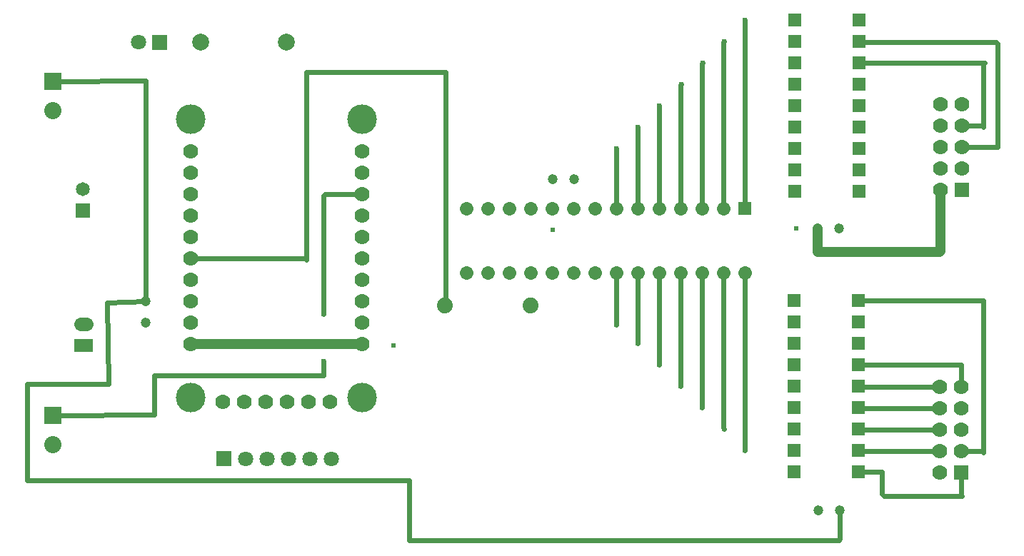
<source format=gtl>
G04 Layer: TopLayer*
G04 EasyEDA v6.5.8, 2022-08-15 07:29:34*
G04 028e3914a6f949ed9ca799ef75e4ed4f,10*
G04 Gerber Generator version 0.2*
G04 Scale: 100 percent, Rotated: No, Reflected: No *
G04 Dimensions in millimeters *
G04 leading zeros omitted , absolute positions ,4 integer and 5 decimal *
%FSLAX45Y45*%
%MOMM*%

%ADD10C,0.6100*%
%ADD11C,1.2190*%
%ADD12C,0.6096*%
%ADD13C,1.8000*%
%ADD14R,2.3000X1.6500*%
%ADD15C,1.1938*%
%ADD16R,1.6510X1.6510*%
%ADD17C,1.6510*%
%ADD18R,2.0320X2.0320*%
%ADD19C,2.0320*%
%ADD20C,1.7780*%
%ADD21C,1.8796*%
%ADD22R,1.6000X1.6000*%
%ADD23C,3.5052*%
%ADD24R,1.6002X1.6002*%
%ADD25C,2.0000*%
%ADD26C,0.6200*%
%ADD27C,1.6500*%
%ADD28C,1.6000*%
%ADD29C,0.0175*%

%LPD*%
D10*
X4318000Y4711700D02*
G01*
X4318000Y6121400D01*
X4330700Y6134100D01*
X4775200Y6134100D01*
X1104900Y3516376D02*
G01*
X2311400Y3517900D01*
X2311400Y3987800D01*
X4318000Y3987800D01*
X4318000Y4152900D01*
D11*
X2743200Y4356100D02*
G01*
X4775200Y4356100D01*
D12*
X1104900Y7478776D02*
G01*
X2209800Y7480300D01*
X2209800Y4864100D01*
D10*
X9309100Y3098800D02*
G01*
X9309100Y5130800D01*
X9067800Y3352800D02*
G01*
X9055100Y3365500D01*
X9055100Y5130800D01*
X8801100Y3606800D02*
G01*
X8801100Y5130800D01*
X8547100Y5130800D02*
G01*
X8547100Y3860800D01*
X8293100Y4114800D02*
G01*
X8293100Y5130800D01*
X8039100Y4368800D02*
G01*
X8039100Y5130800D01*
X7785100Y4584700D02*
G01*
X7785100Y5130800D01*
D12*
X10668000Y7950200D02*
G01*
X10680700Y7937500D01*
X12293600Y7937500D01*
X12306300Y7924800D01*
X12306300Y6692900D01*
X11887200Y6692900D01*
X10668000Y7696200D02*
G01*
X12153900Y7696200D01*
X12141200Y7683500D01*
X12141200Y6934200D01*
X12128500Y6946900D01*
X11887200Y6946900D01*
X10655300Y2844800D02*
G01*
X10934700Y2844800D01*
X10934700Y2578100D01*
X10960100Y2552700D01*
X11887200Y2552700D01*
X11874500Y2565400D01*
X11874500Y2832100D01*
X2209800Y4864100D02*
G01*
X1752600Y4851400D01*
X1765300Y3886200D01*
X800100Y3886200D01*
X800100Y2743200D01*
X5334000Y2743200D01*
X5334000Y2032000D01*
X10426700Y2032000D01*
X10439400Y2044700D01*
X10439400Y2387600D01*
X5765800Y6946900D02*
G01*
X5765800Y7581900D01*
X4114800Y7581900D01*
X4114800Y5359400D01*
X4102100Y5372100D01*
X2743200Y5372100D01*
X5753100Y4813300D02*
G01*
X5765800Y4826000D01*
X5765800Y6946900D01*
D11*
X10172700Y5727700D02*
G01*
X10172700Y5448300D01*
X11620500Y5448300D01*
X11633200Y5461000D01*
X11633200Y6184900D01*
D12*
X7785100Y6680200D02*
G01*
X7785100Y5969000D01*
X8039100Y6934200D02*
G01*
X8039100Y5969000D01*
X8293100Y7188200D02*
G01*
X8293100Y5969000D01*
X8559800Y7442200D02*
G01*
X8547100Y7429500D01*
X8547100Y5969000D01*
X8813800Y7696200D02*
G01*
X8801100Y7683500D01*
X8801100Y5969000D01*
X9067800Y7950200D02*
G01*
X9055100Y7937500D01*
X9055100Y5969000D01*
X9309100Y8204200D02*
G01*
X9309100Y5969000D01*
X10655300Y3098800D02*
G01*
X10668000Y3086100D01*
X11620500Y3086100D01*
X10655300Y3352800D02*
G01*
X10668000Y3340100D01*
X11620500Y3340100D01*
X10655300Y3606800D02*
G01*
X10668000Y3594100D01*
X11620500Y3594100D01*
X10655300Y3860800D02*
G01*
X10668000Y3848100D01*
X11620500Y3848100D01*
X10655300Y4114800D02*
G01*
X11874500Y4114800D01*
X11874500Y3848100D01*
X10655300Y4876800D02*
G01*
X12141200Y4876800D01*
X12141200Y3073400D01*
X12128500Y3086100D01*
X11874500Y3086100D01*
D13*
G01*
X4406900Y2997200D03*
G01*
X4152900Y2997200D03*
G01*
X3898900Y2997200D03*
G01*
X3644900Y2997200D03*
G01*
X3390900Y2997200D03*
G36*
X3046900Y3087199D02*
G01*
X3226899Y3087199D01*
X3226899Y2907200D01*
X3046900Y2907200D01*
G37*
D14*
G01*
X1473200Y4343400D03*
D15*
G01*
X10185400Y2387600D03*
G01*
X10439400Y2387600D03*
G01*
X10172700Y5727700D03*
G01*
X10426700Y5727700D03*
G01*
X7035800Y6311900D03*
G01*
X7289800Y6311900D03*
G01*
X2209800Y4610100D03*
G01*
X2209800Y4864100D03*
D13*
G01*
X2120900Y7937500D03*
G36*
X2284907Y8027492D02*
G01*
X2464892Y8027492D01*
X2464892Y7847507D01*
X2284907Y7847507D01*
G37*
D16*
G01*
X1460500Y5943600D03*
D17*
G01*
X1460500Y6197600D03*
D18*
G01*
X1104900Y3516299D03*
D19*
G01*
X1104900Y3166287D03*
D18*
G01*
X1104900Y7478699D03*
D19*
G01*
X1104900Y7128687D03*
D16*
G01*
X11874500Y2832100D03*
D20*
G01*
X11620500Y2832100D03*
G01*
X11874500Y3086100D03*
G01*
X11620500Y3086100D03*
G01*
X11874500Y3340100D03*
G01*
X11620500Y3340100D03*
G01*
X11874500Y3594100D03*
G01*
X11620500Y3594100D03*
G01*
X11874500Y3848100D03*
G01*
X11620500Y3848100D03*
D16*
G01*
X11887200Y6184900D03*
D20*
G01*
X11633200Y6184900D03*
G01*
X11887200Y6438900D03*
G01*
X11633200Y6438900D03*
G01*
X11887200Y6692900D03*
G01*
X11633200Y6692900D03*
G01*
X11887200Y6946900D03*
G01*
X11633200Y6946900D03*
G01*
X11887200Y7200900D03*
G01*
X11633200Y7200900D03*
D21*
G01*
X6769100Y4813300D03*
G01*
X5753100Y4813300D03*
D22*
G01*
X9309100Y5969000D03*
D23*
G01*
X4775200Y7023100D03*
D20*
G01*
X4775200Y4356100D03*
G01*
X4775200Y4610100D03*
G01*
X4775200Y4864100D03*
G01*
X4775200Y5118100D03*
G01*
X4775200Y5372100D03*
G01*
X4775200Y5626100D03*
G01*
X4775200Y5880100D03*
G01*
X4775200Y6134100D03*
G01*
X4775200Y6388100D03*
G01*
X4775200Y6642100D03*
D23*
G01*
X4775200Y3721100D03*
D20*
G01*
X4394200Y3670300D03*
G01*
X3124200Y3670300D03*
G01*
X3378200Y3670300D03*
G01*
X3632200Y3670300D03*
G01*
X3886200Y3670300D03*
G01*
X4140200Y3670300D03*
D23*
G01*
X2743200Y3721100D03*
D20*
G01*
X2743200Y4356100D03*
G01*
X2743200Y6642100D03*
G01*
X2743200Y6388100D03*
G01*
X2743200Y6134100D03*
G01*
X2743200Y5880100D03*
G01*
X2743200Y5626100D03*
G01*
X2743200Y5372100D03*
G01*
X2743200Y5118100D03*
G01*
X2743200Y4864100D03*
G01*
X2743200Y4610100D03*
G01*
X2743200Y4356100D03*
D23*
G01*
X2743200Y7023100D03*
D24*
G01*
X9893300Y4876800D03*
G01*
X9893300Y4622800D03*
G01*
X9893300Y3352800D03*
G01*
X9893300Y3098800D03*
G01*
X9893300Y4368800D03*
G01*
X9893300Y4114800D03*
G01*
X9893300Y3606800D03*
G01*
X9893300Y3860800D03*
G01*
X9893300Y2844800D03*
G01*
X10655300Y2844800D03*
G01*
X10655300Y3098800D03*
G01*
X10655300Y3352800D03*
G01*
X10655300Y3606800D03*
G01*
X10655300Y3860800D03*
G01*
X10655300Y4114800D03*
G01*
X10655300Y4368800D03*
G01*
X10655300Y4622800D03*
G01*
X10655300Y4876800D03*
G01*
X9906000Y8204200D03*
G01*
X9906000Y7950200D03*
G01*
X9906000Y6680200D03*
G01*
X9906000Y6426200D03*
G01*
X9906000Y7696200D03*
G01*
X9906000Y7442200D03*
G01*
X9906000Y6934200D03*
G01*
X9906000Y7188200D03*
G01*
X9906000Y6172200D03*
G01*
X10668000Y6172200D03*
G01*
X10668000Y6426200D03*
G01*
X10668000Y6680200D03*
G01*
X10668000Y6934200D03*
G01*
X10668000Y7188200D03*
G01*
X10668000Y7442200D03*
G01*
X10668000Y7696200D03*
G01*
X10668000Y7950200D03*
G01*
X10668000Y8204200D03*
D25*
G01*
X2857500Y7937500D03*
G01*
X3873500Y7937500D03*
D26*
G01*
X7785100Y4584700D03*
G01*
X8039100Y4368800D03*
G01*
X8293100Y4114800D03*
G01*
X8547100Y3860800D03*
G01*
X8801100Y3606800D03*
G01*
X9067800Y3352800D03*
G01*
X9309100Y3098800D03*
G01*
X9918700Y5727700D03*
D10*
G01*
X7035800Y5715000D03*
G01*
X7785100Y6680200D03*
G01*
X8039100Y6934200D03*
G01*
X8039100Y6934200D03*
G01*
X8293100Y7188200D03*
G01*
X8559800Y7442200D03*
G01*
X8813800Y7696200D03*
G01*
X9067800Y7950200D03*
D26*
G01*
X9309100Y8204200D03*
G01*
X5765800Y6946900D03*
D10*
G01*
X5143500Y4343400D03*
D26*
G01*
X4318000Y4152900D03*
G01*
X4318000Y4711700D03*
D27*
X1505699Y4597400D02*
G01*
X1440700Y4597400D01*
D28*
X8801100Y5207000D02*
G01*
X8801100Y5207000D01*
X8547100Y5207000D02*
G01*
X8547100Y5207000D01*
X8293100Y5207000D02*
G01*
X8293100Y5207000D01*
X8039100Y5207000D02*
G01*
X8039100Y5207000D01*
X7785100Y5207000D02*
G01*
X7785100Y5207000D01*
X7531100Y5207000D02*
G01*
X7531100Y5207000D01*
X7277100Y5207000D02*
G01*
X7277100Y5207000D01*
X7277100Y5969000D02*
G01*
X7277100Y5969000D01*
X9055100Y5207000D02*
G01*
X9055100Y5207000D01*
X9309100Y5207000D02*
G01*
X9309100Y5207000D01*
X7531100Y5969000D02*
G01*
X7531100Y5969000D01*
X7785100Y5969000D02*
G01*
X7785100Y5969000D01*
X8039100Y5969000D02*
G01*
X8039100Y5969000D01*
X8293100Y5969000D02*
G01*
X8293100Y5969000D01*
X8547100Y5969000D02*
G01*
X8547100Y5969000D01*
X8801100Y5969000D02*
G01*
X8801100Y5969000D01*
X9055100Y5969000D02*
G01*
X9055100Y5969000D01*
X7023100Y5969000D02*
G01*
X7023100Y5969000D01*
X6769100Y5969000D02*
G01*
X6769100Y5969000D01*
X6515100Y5969000D02*
G01*
X6515100Y5969000D01*
X6261100Y5969000D02*
G01*
X6261100Y5969000D01*
X6007100Y5969000D02*
G01*
X6007100Y5969000D01*
X6007100Y5207000D02*
G01*
X6007100Y5207000D01*
X6261100Y5207000D02*
G01*
X6261100Y5207000D01*
X6515100Y5207000D02*
G01*
X6515100Y5207000D01*
X6769100Y5207000D02*
G01*
X6769100Y5207000D01*
X7023100Y5207000D02*
G01*
X7023100Y5207000D01*
M02*

</source>
